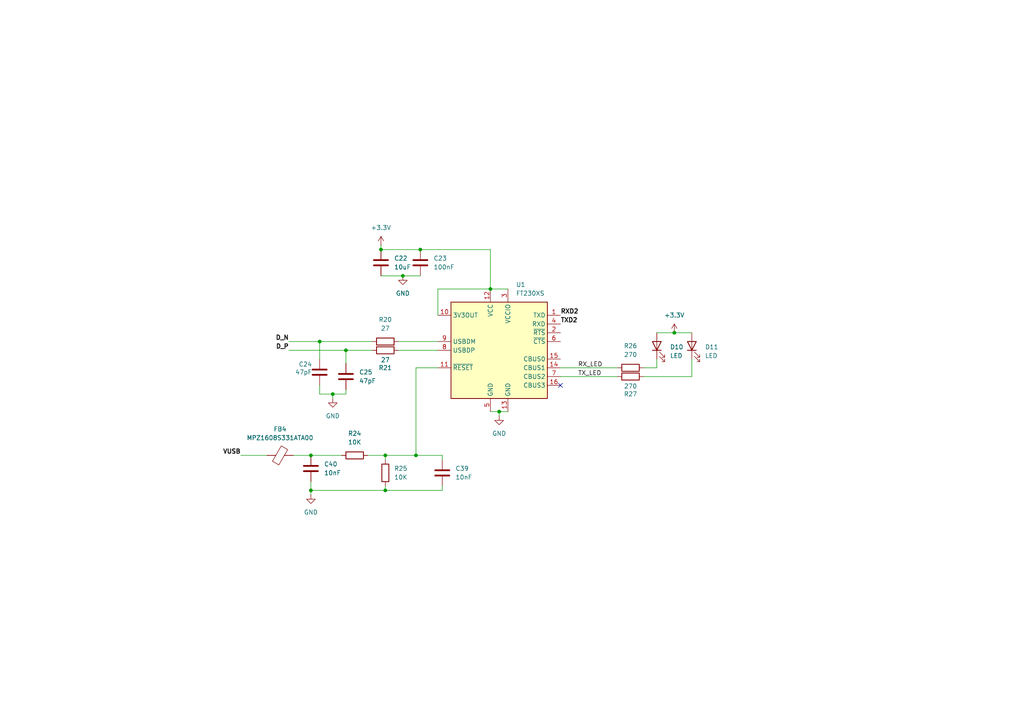
<source format=kicad_sch>
(kicad_sch (version 20231120) (generator "eeschema") (generator_version "8.0")
  (paper "A4")
  (title_block (title "FT230XS") (date "2024-11-12") (rev "0.01") (company "Balanças Marques") (comment 3 "Ruben Figueiredo"))
  (lib_symbols
    (symbol "Device:C" (pin_numbers hide) (pin_names (offset 0.254))
      (property "Reference" "C" (at 0.635 2.54 0))
      (property "Value" "C" (at 0.635 -2.54 0))
      (symbol "C_0_1"
        (polyline (pts (xy -2.032 -0.762) (xy 2.032 -0.762)) (stroke (width 0.508)))
        (polyline (pts (xy -2.032 0.762) (xy 2.032 0.762)) (stroke (width 0.508)))
      )
      (symbol "C_1_1"
        (pin passive line (at 0 3.81 270) (length 2.794) (name "~") (number "1"))
        (pin passive line (at 0 -3.81 90) (length 2.794) (name "~") (number "2"))
      )
    )
    (symbol "Device:FerriteBead" (pin_numbers hide) (pin_names (offset 0))
      (property "Reference" "FB" (at -3.81 0.635 90))
      (property "Value" "FerriteBead" (at 3.81 0 90))
      (symbol "FerriteBead_0_1"
        (polyline (pts (xy 0 -1.27) (xy 0 -1.2192)))
        (polyline (pts (xy 0 1.27) (xy 0 1.2954)))
        (polyline (pts (xy -2.7686 0.4064) (xy -1.7018 2.2606) (xy 2.7686 -0.3048) (xy 1.6764 -2.159) (xy -2.7686 0.4064)))
      )
      (symbol "FerriteBead_1_1"
        (pin passive line (at 0 3.81 270) (length 2.54) (name "~") (number "1"))
        (pin passive line (at 0 -3.81 90) (length 2.54) (name "~") (number "2"))
      )
    )
    (symbol "Device:LED" (pin_numbers hide) (pin_names (offset 1.016) hide)
      (property "Reference" "D" (at 0 2.54 0))
      (property "Value" "LED" (at 0 -2.54 0))
      (symbol "LED_0_1"
        (polyline (pts (xy -1.27 -1.27) (xy -1.27 1.27)) (stroke (width 0.254)))
        (polyline (pts (xy -1.27 0) (xy 1.27 0)))
        (polyline (pts (xy 1.27 -1.27) (xy 1.27 1.27) (xy -1.27 0) (xy 1.27 -1.27)) (stroke (width 0.254)))
        (polyline (pts (xy -3.048 -0.762) (xy -4.572 -2.286) (xy -3.81 -2.286) (xy -4.572 -2.286) (xy -4.572 -1.524)))
        (polyline (pts (xy -1.778 -0.762) (xy -3.302 -2.286) (xy -2.54 -2.286) (xy -3.302 -2.286) (xy -3.302 -1.524)))
      )
      (symbol "LED_1_1"
        (pin passive line (at -3.81 0 0) (length 2.54) (name "K") (number "1"))
        (pin passive line (at 3.81 0 180) (length 2.54) (name "A") (number "2"))
      )
    )
    (symbol "Device:R" (pin_numbers hide) (pin_names (offset 0))
      (property "Reference" "R" (at 2.032 0 90))
      (property "Value" "R" (at 0 0 90))
      (symbol "R_0_1"
        (rectangle (start -1.016 -2.54) (end 1.016 2.54) (stroke (width 0.254)))
      )
      (symbol "R_1_1"
        (pin passive line (at 0 3.81 270) (length 1.27) (name "~") (number "1"))
        (pin passive line (at 0 -3.81 90) (length 1.27) (name "~") (number "2"))
      )
    )
    (symbol "Interface_USB:FT230XS"
      (property "Reference" "U" (at -13.97 15.24 0))
      (property "Value" "FT230XS" (at 7.62 15.24 0))
      (symbol "FT230XS_0_1"
        (rectangle (start -13.97 13.97) (end 13.97 -13.97) (stroke (width 0.254)) (fill (type background)))
      )
      (symbol "FT230XS_1_1"
        (pin output line (at 17.78 10.16 180) (length 3.81) (name "TXD") (number "1"))
        (pin power_out line (at -17.78 10.16 0) (length 3.81) (name "3V3OUT") (number "10"))
        (pin input line (at -17.78 -5.08 0) (length 3.81) (name "~{RESET}") (number "11"))
        (pin power_in line (at -2.54 17.78 270) (length 3.81) (name "VCC") (number "12"))
        (pin power_in line (at 2.54 -17.78 90) (length 3.81) (name "GND") (number "13"))
        (pin bidirectional line (at 17.78 -5.08 180) (length 3.81) (name "CBUS1") (number "14"))
        (pin bidirectional line (at 17.78 -2.54 180) (length 3.81) (name "CBUS0") (number "15"))
        (pin bidirectional line (at 17.78 -10.16 180) (length 3.81) (name "CBUS3") (number "16"))
        (pin output line (at 17.78 5.08 180) (length 3.81) (name "~{RTS}") (number "2"))
        (pin power_in line (at 2.54 17.78 270) (length 3.81) (name "VCCIO") (number "3"))
        (pin input line (at 17.78 7.62 180) (length 3.81) (name "RXD") (number "4"))
        (pin power_in line (at -2.54 -17.78 90) (length 3.81) (name "GND") (number "5"))
        (pin input line (at 17.78 2.54 180) (length 3.81) (name "~{CTS}") (number "6"))
        (pin bidirectional line (at 17.78 -7.62 180) (length 3.81) (name "CBUS2") (number "7"))
        (pin bidirectional line (at -17.78 0 0) (length 3.81) (name "USBDP") (number "8"))
        (pin bidirectional line (at -17.78 2.54 0) (length 3.81) (name "USBDM") (number "9"))
      )
    )
    (symbol "power:+3.3V" (power) (pin_numbers hide) (pin_names (offset 0) hide)
      (property "Value" "+3.3V" (at 0 3.556 0))
      (symbol "+3.3V_0_1"
        (polyline (pts (xy -0.762 1.27) (xy 0 2.54)))
        (polyline (pts (xy 0 0) (xy 0 2.54)))
        (polyline (pts (xy 0 2.54) (xy 0.762 1.27)))
      )
      (symbol "+3.3V_1_1"
        (pin power_in line (at 0 0 90) (length 0) (name "~") (number "1"))
      )
    )
    (symbol "power:GND" (power) (pin_numbers hide) (pin_names (offset 0) hide)
      (property "Value" "GND" (at 0 -3.81 0))
      (symbol "GND_0_1"
        (polyline (pts (xy 0 0) (xy 0 -1.27) (xy 1.27 -1.27) (xy 0 -2.54) (xy -1.27 -1.27) (xy 0 -1.27)))
      )
      (symbol "GND_1_1"
        (pin power_in line (at 0 0 270) (length 0) (name "~") (number "1"))
      )
    )
  )
  (junction (at 100.33 101.6))
  (junction (at 92.71 99.06))
  (junction (at 116.84 80.01))
  (junction (at 144.78 119.38))
  (junction (at 195.58 96.52))
  (junction (at 111.76 142.24))
  (junction (at 110.49 72.39))
  (junction (at 111.76 132.08))
  (junction (at 121.92 72.39))
  (junction (at 142.24 83.82))
  (junction (at 90.17 132.08))
  (junction (at 96.52 114.3))
  (junction (at 90.17 142.24))
  (junction (at 120.65 132.08))
  (no_connect (at 162.56 111.76))
  (wire (pts (xy 195.58 96.52) (xy 200.66 96.52)))
  (wire (pts (xy 116.84 80.01) (xy 121.92 80.01)))
  (wire (pts (xy 92.71 114.3) (xy 96.52 114.3)))
  (wire (pts (xy 100.33 105.41) (xy 100.33 101.6)))
  (wire (pts (xy 96.52 115.57) (xy 96.52 114.3)))
  (wire (pts (xy 142.24 72.39) (xy 121.92 72.39)))
  (wire (pts (xy 120.65 132.08) (xy 128.27 132.08)))
  (wire (pts (xy 92.71 99.06) (xy 107.95 99.06)))
  (wire (pts (xy 100.33 113.03) (xy 100.33 114.3)))
  (wire (pts (xy 90.17 142.24) (xy 111.76 142.24)))
  (wire (pts (xy 111.76 133.35) (xy 111.76 132.08)))
  (wire (pts (xy 142.24 83.82) (xy 147.32 83.82)))
  (wire (pts (xy 162.56 106.68) (xy 179.07 106.68)))
  (wire (pts (xy 96.52 114.3) (xy 100.33 114.3)))
  (wire (pts (xy 186.69 109.22) (xy 200.66 109.22)))
  (wire (pts (xy 83.82 101.6) (xy 100.33 101.6)))
  (wire (pts (xy 127 91.44) (xy 127 83.82)))
  (wire (pts (xy 92.71 99.06) (xy 92.71 104.14)))
  (wire (pts (xy 190.5 106.68) (xy 190.5 104.14)))
  (wire (pts (xy 200.66 109.22) (xy 200.66 104.14)))
  (wire (pts (xy 110.49 72.39) (xy 121.92 72.39)))
  (wire (pts (xy 120.65 106.68) (xy 120.65 132.08)))
  (wire (pts (xy 77.47 132.08) (xy 69.85 132.08)))
  (wire (pts (xy 190.5 96.52) (xy 195.58 96.52)))
  (wire (pts (xy 162.56 109.22) (xy 179.07 109.22)))
  (wire (pts (xy 92.71 111.76) (xy 92.71 114.3)))
  (wire (pts (xy 147.32 119.38) (xy 144.78 119.38)))
  (wire (pts (xy 144.78 119.38) (xy 142.24 119.38)))
  (wire (pts (xy 142.24 83.82) (xy 142.24 72.39)))
  (wire (pts (xy 111.76 142.24) (xy 128.27 142.24)))
  (wire (pts (xy 90.17 139.7) (xy 90.17 142.24)))
  (wire (pts (xy 110.49 80.01) (xy 116.84 80.01)))
  (wire (pts (xy 90.17 132.08) (xy 99.06 132.08)))
  (wire (pts (xy 83.82 99.06) (xy 92.71 99.06)))
  (wire (pts (xy 90.17 142.24) (xy 90.17 143.51)))
  (wire (pts (xy 128.27 142.24) (xy 128.27 140.97)))
  (wire (pts (xy 128.27 132.08) (xy 128.27 133.35)))
  (wire (pts (xy 100.33 101.6) (xy 107.95 101.6)))
  (wire (pts (xy 110.49 71.12) (xy 110.49 72.39)))
  (wire (pts (xy 115.57 99.06) (xy 127 99.06)))
  (wire (pts (xy 120.65 106.68) (xy 127 106.68)))
  (wire (pts (xy 115.57 101.6) (xy 127 101.6)))
  (wire (pts (xy 85.09 132.08) (xy 90.17 132.08)))
  (wire (pts (xy 186.69 106.68) (xy 190.5 106.68)))
  (wire (pts (xy 111.76 140.97) (xy 111.76 142.24)))
  (wire (pts (xy 144.78 120.65) (xy 144.78 119.38)))
  (wire (pts (xy 127 83.82) (xy 142.24 83.82)))
  (wire (pts (xy 106.68 132.08) (xy 111.76 132.08)))
  (wire (pts (xy 111.76 132.08) (xy 120.65 132.08)))
  (label "VUSB" (at 69.85 132.08 180) (effects (font (bold yes))))
  (label "TXD2" (at 162.56 93.98 0) (effects (font (bold yes))))
  (label "D_N" (at 83.82 99.06 180) (effects (font (bold yes))))
  (label "TX_LED" (at 167.64 109.22 0))
  (label "RXD2" (at 162.56 91.44 0) (effects (font (bold yes))))
  (label "D_P" (at 83.82 101.6 180) (effects (font (bold yes))))
  (label "RX_LED" (at 167.64 106.68 0))
  (symbol (lib_id "Device:R") (at 111.76 137.16 180) (unit 1)
    (property "Reference" "R25" (at 114.3 135.89 0) (effects (justify right)))
    (property "Value" "10K" (at 114.3 138.43 0) (effects (justify right)))
    (property "Footprint" "PCM_Resistor_SMD_AKL:R_0402_1005Metric_Pad0.72x0.64mm" (effects (hide yes)))
    (property "Description" "Resistor" (effects (hide yes)))
  )
  (symbol (lib_id "Device:R") (at 111.76 99.06 90) (unit 1)
    (property "Reference" "R20" (at 111.76 92.71 90))
    (property "Value" "27" (at 111.76 95.25 90))
    (property "Footprint" "PCM_Resistor_SMD_AKL:R_0402_1005Metric_Pad0.72x0.64mm" (effects (hide yes)))
    (property "Description" "Resistor" (effects (hide yes)))
  )
  (symbol (lib_id "power:GND") (at 96.52 115.57 0) (unit 1)
    (property "Reference" "#PWR046" (effects (hide yes)))
    (property "Value" "GND" (at 96.52 120.65 0))
    (property "Description" "Power symbol creates a global label with name \"GND\" , ground" (effects (hide yes)))
  )
  (symbol (lib_id "power:+3.3V") (at 195.58 96.52 0) (unit 1)
    (property "Reference" "#PWR058" (effects (hide yes)))
    (property "Value" "+3.3V" (at 195.58 91.44 0))
    (property "Description" "Power symbol creates a global label with name \"+3.3V\"" (effects (hide yes)))
  )
  (symbol (lib_id "Device:R") (at 182.88 106.68 90) (unit 1)
    (property "Reference" "R26" (at 182.88 100.33 90))
    (property "Value" "270" (at 182.88 102.87 90))
    (property "Footprint" "PCM_Resistor_SMD_AKL:R_0402_1005Metric_Pad0.72x0.64mm" (effects (hide yes)))
    (property "Description" "Resistor" (effects (hide yes)))
  )
  (symbol (lib_id "Device:LED") (at 200.66 100.33 90) (unit 1)
    (property "Reference" "D11" (at 204.47 100.6475 90) (effects (justify right)))
    (property "Value" "LED" (at 204.47 103.1875 90) (effects (justify right)))
    (property "Footprint" "LED_SMD:LED_0603_1608Metric" (effects (hide yes)))
    (property "Description" "Light emitting diode" (effects (hide yes)))
  )
  (symbol (lib_id "Interface_USB:FT230XS") (at 144.78 101.6 0) (unit 1)
    (property "Reference" "U1" (at 149.6434 82.55 0) (effects (justify left)))
    (property "Value" "FT230XS" (at 149.6434 85.09 0) (effects (justify left)))
    (property "Footprint" "Package_SO:SSOP-16_3.9x4.9mm_P0.635mm" (effects (hide yes)))
    (property "Datasheet" "https://www.ftdichip.com/Support/Documents/DataSheets/ICs/DS_FT230X.pdf" (effects (hide yes)))
    (property "Description" "Full Speed USB to Basic UART, SSOP-16" (effects (hide yes)))
  )
  (symbol (lib_id "Device:R") (at 111.76 101.6 90) (unit 1)
    (property "Reference" "R21" (at 111.76 106.68 90))
    (property "Value" "27" (at 111.76 104.394 90))
    (property "Footprint" "PCM_Resistor_SMD_AKL:R_0402_1005Metric_Pad0.72x0.64mm" (effects (hide yes)))
    (property "Description" "Resistor" (effects (hide yes)))
  )
  (symbol (lib_id "Device:C") (at 110.49 76.2 0) (unit 1)
    (property "Reference" "C22" (at 114.3 74.93 0) (effects (justify left)))
    (property "Value" "10uF" (at 114.3 77.47 0) (effects (justify left)))
    (property "Footprint" "Capacitor_SMD:C_0402_1005Metric_Pad0.74x0.62mm_HandSolder" (effects (hide yes)))
    (property "Description" "6.3V 10uF X5R 0402 20%" (effects (hide yes)))
  )
  (symbol (lib_id "power:GND") (at 90.17 143.51 0) (unit 1)
    (property "Reference" "#PWR059" (effects (hide yes)))
    (property "Value" "GND" (at 90.17 148.59 0))
    (property "Description" "Power symbol creates a global label with name \"GND\" , ground" (effects (hide yes)))
  )
  (symbol (lib_id "power:GND") (at 116.84 80.01 0) (unit 1)
    (property "Reference" "#PWR045" (effects (hide yes)))
    (property "Value" "GND" (at 116.84 85.09 0))
    (property "Description" "Power symbol creates a global label with name \"GND\" , ground" (effects (hide yes)))
  )
  (symbol (lib_id "Device:R") (at 102.87 132.08 270) (unit 1)
    (property "Reference" "R24" (at 102.87 125.73 90))
    (property "Value" "10K" (at 102.87 128.27 90))
    (property "Footprint" "PCM_Resistor_SMD_AKL:R_0402_1005Metric_Pad0.72x0.64mm" (effects (hide yes)))
    (property "Description" "Resistor" (effects (hide yes)))
  )
  (symbol (lib_id "Device:C") (at 128.27 137.16 0) (unit 1)
    (property "Reference" "C39" (at 132.08 135.89 0) (effects (justify left)))
    (property "Value" "10nF" (at 132.08 138.43 0) (effects (justify left)))
    (property "Footprint" "Capacitor_SMD:C_0402_1005Metric" (effects (hide yes)))
    (property "Description" "Unpolarized capacitor" (effects (hide yes)))
  )
  (symbol (lib_id "Device:C") (at 90.17 135.89 0) (unit 1)
    (property "Reference" "C40" (at 93.98 134.62 0) (effects (justify left)))
    (property "Value" "10nF" (at 93.98 137.16 0) (effects (justify left)))
    (property "Footprint" "Capacitor_SMD:C_0402_1005Metric" (effects (hide yes)))
    (property "Description" "Unpolarized capacitor" (effects (hide yes)))
  )
  (symbol (lib_id "power:GND") (at 144.78 120.65 0) (unit 1)
    (property "Reference" "#PWR047" (effects (hide yes)))
    (property "Value" "GND" (at 144.78 125.73 0))
    (property "Description" "Power symbol creates a global label with name \"GND\" , ground" (effects (hide yes)))
  )
  (symbol (lib_id "Device:R") (at 182.88 109.22 90) (unit 1)
    (property "Reference" "R27" (at 182.88 114.3 90))
    (property "Value" "270" (at 182.88 112.014 90))
    (property "Footprint" "PCM_Resistor_SMD_AKL:R_0402_1005Metric_Pad0.72x0.64mm" (effects (hide yes)))
    (property "Description" "Resistor" (effects (hide yes)))
  )
  (symbol (lib_id "power:+3.3V") (at 110.49 71.12 0) (unit 1)
    (property "Reference" "#PWR044" (effects (hide yes)))
    (property "Value" "+3.3V" (at 110.49 66.04 0))
    (property "Description" "Power symbol creates a global label with name \"+3.3V\"" (effects (hide yes)))
  )
  (symbol (lib_id "Device:LED") (at 190.5 100.33 90) (unit 1)
    (property "Reference" "D10" (at 194.31 100.6475 90) (effects (justify right)))
    (property "Value" "LED" (at 194.31 103.1875 90) (effects (justify right)))
    (property "Footprint" "LED_SMD:LED_0603_1608Metric" (effects (hide yes)))
    (property "Description" "Light emitting diode" (effects (hide yes)))
  )
  (symbol (lib_id "Device:C") (at 92.71 107.95 0) (unit 1)
    (property "Reference" "C24" (at 86.614 105.664 0) (effects (justify left)))
    (property "Value" "47pF" (at 85.598 107.95 0) (effects (justify left)))
    (property "Footprint" "Capacitor_SMD:C_0402_1005Metric" (effects (hide yes)))
    (property "Description" "Unpolarized capacitor" (effects (hide yes)))
  )
  (symbol (lib_id "Device:C") (at 100.33 109.22 0) (unit 1)
    (property "Reference" "C25" (at 104.14 107.95 0) (effects (justify left)))
    (property "Value" "47pF" (at 104.14 110.49 0) (effects (justify left)))
    (property "Footprint" "Capacitor_SMD:C_0402_1005Metric" (effects (hide yes)))
    (property "Description" "Unpolarized capacitor" (effects (hide yes)))
  )
  (symbol (lib_id "Device:FerriteBead") (at 81.28 132.08 90) (unit 1)
    (property "Reference" "FB4" (at 81.2292 124.46 90))
    (property "Value" "MPZ1608S331ATA00" (at 81.2292 127 90))
    (property "Footprint" "Inductor_SMD:L_0603_1608Metric" (effects (hide yes)))
    (property "Description" "Ferrite bead" (effects (hide yes)))
  )
  (symbol (lib_id "Device:C") (at 121.92 76.2 0) (unit 1)
    (property "Reference" "C23" (at 125.73 74.93 0) (effects (justify left)))
    (property "Value" "100nF" (at 125.73 77.47 0) (effects (justify left)))
    (property "Footprint" "Capacitor_SMD:C_0402_1005Metric_Pad0.74x0.62mm_HandSolder" (effects (hide yes)))
    (property "Description" "16V 0.1uF X7R 0402 20%" (effects (hide yes)))
  )
)
</source>
